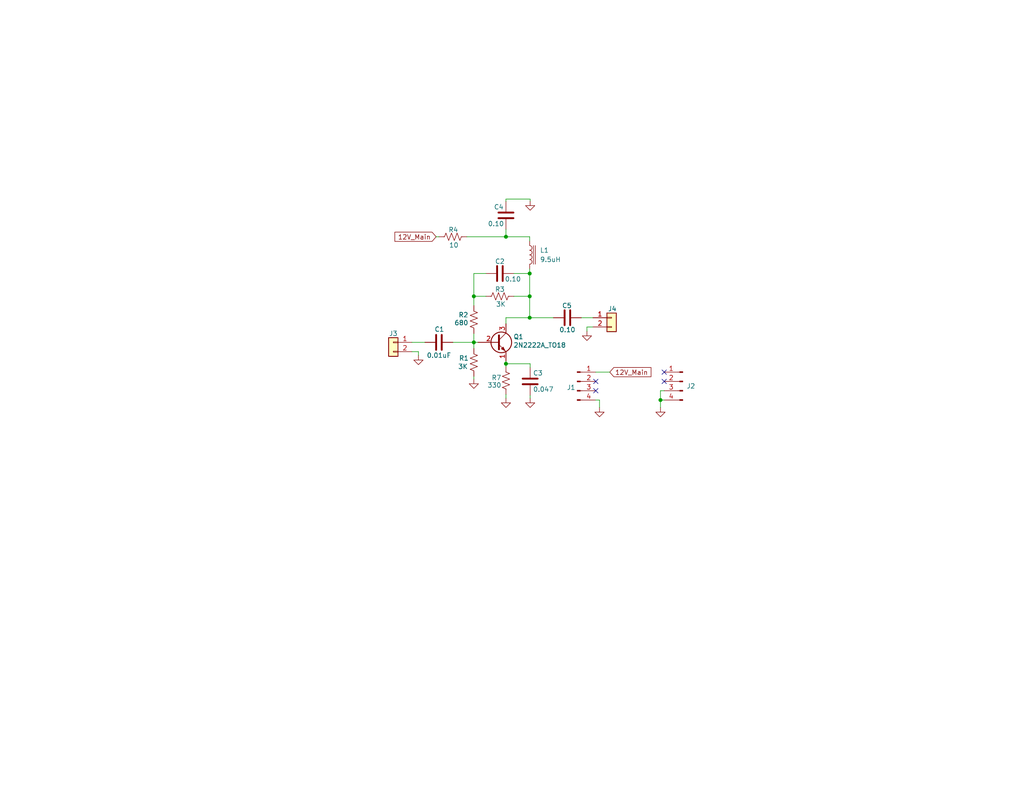
<source format=kicad_sch>
(kicad_sch (version 20211123) (generator eeschema)
  (paper "USLetter")
  (title_block (rev "A"))
  (lib_symbols
    (symbol "K7TFC_Connectors:Conn_01x02" (pin_names (offset 1.016) hide)
      (property "Reference" "J" (at 0 2.54 0))
      (property "Value" "Conn_01x02" (at 0 -5.08 0))
      (symbol "Conn_01x02_1_1"
        (rectangle (start -1.27 -2.413) (end 0 -2.667) (stroke (width 0.1524)))
        (rectangle (start -1.27 0.127) (end 0 -0.127) (stroke (width 0.1524)))
        (rectangle (start -1.27 1.27) (end 1.27 -3.81) (stroke (width 0.254)) (fill (type background)))
        (pin passive line (at -5.08 0 0) (length 3.81) (name "Pin_1") (number "1"))
        (pin passive line (at -5.08 -2.54 0) (length 3.81) (name "Pin_2") (number "2"))
      )
    )
    (symbol "K7TFC_Connectors:Conn_01x04_Male" (pin_names (offset 1.016) hide)
      (property "Reference" "J" (at 0 5.08 0))
      (property "Value" "Conn_01x04_Male" (at 0 -7.62 0))
      (symbol "Conn_01x04_Male_1_1"
        (polyline (pts (xy 1.27 -5.08) (xy 0.8636 -5.08)) (stroke (width 0.1524)))
        (polyline (pts (xy 1.27 -2.54) (xy 0.8636 -2.54)) (stroke (width 0.1524)))
        (polyline (pts (xy 1.27 0) (xy 0.8636 0)) (stroke (width 0.1524)))
        (polyline (pts (xy 1.27 2.54) (xy 0.8636 2.54)) (stroke (width 0.1524)))
        (rectangle (start 0.8636 -4.953) (end 0 -5.207) (stroke (width 0.1524)) (fill (type outline)))
        (rectangle (start 0.8636 -2.413) (end 0 -2.667) (stroke (width 0.1524)) (fill (type outline)))
        (rectangle (start 0.8636 0.127) (end 0 -0.127) (stroke (width 0.1524)) (fill (type outline)))
        (rectangle (start 0.8636 2.667) (end 0 2.413) (stroke (width 0.1524)) (fill (type outline)))
        (pin passive line (at 5.08 2.54 180) (length 3.81) (name "Pin_1") (number "1"))
        (pin passive line (at 5.08 0 180) (length 3.81) (name "Pin_2") (number "2"))
        (pin passive line (at 5.08 -2.54 180) (length 3.81) (name "Pin_3") (number "3"))
        (pin passive line (at 5.08 -5.08 180) (length 3.81) (name "Pin_4") (number "4"))
      )
    )
    (symbol "K7TFC_Passives:C_std" (pin_numbers hide) (pin_names (offset 0.254))
      (property "Reference" "C" (at 0.635 2.54 0))
      (property "Value" "C_std" (at 0.635 -2.54 0))
      (symbol "C_std_0_1"
        (polyline (pts (xy -2.032 -0.762) (xy 2.032 -0.762)) (stroke (width 0.508)))
        (polyline (pts (xy -2.032 0.762) (xy 2.032 0.762)) (stroke (width 0.508)))
      )
      (symbol "C_std_1_1"
        (pin passive line (at 0 3.81 270) (length 2.794) (name "~") (number "1"))
        (pin passive line (at 0 -3.81 90) (length 2.794) (name "~") (number "2"))
      )
    )
    (symbol "K7TFC_Passives:L" (pin_numbers hide) (pin_names (offset 1.016) hide)
      (property "Reference" "L" (at -1.778 0 0))
      (property "Value" "L" (at 3.048 0 0))
      (symbol "L_0_1"
        (arc (start 0 -2.54) (mid 0.635 -1.905) (end 0 -1.27))
        (arc (start 0 -1.27) (mid 0.635 -0.635) (end 0 0))
        (polyline (pts (xy 1.016 2.54) (xy 1.016 -2.54)))
        (polyline (pts (xy 1.524 2.54) (xy 1.524 -2.54)))
        (arc (start 0 0) (mid 0.635 0.635) (end 0 1.27))
        (arc (start 0 1.27) (mid 0.635 1.905) (end 0 2.54))
      )
      (symbol "L_1_1"
        (pin passive line (at 0 3.81 270) (length 1.27) (name "1") (number "1"))
        (pin passive line (at 0 -3.81 90) (length 1.27) (name "2") (number "2"))
      )
    )
    (symbol "K7TFC_Passives:R_US" (pin_numbers hide) (pin_names (offset 0))
      (property "Reference" "R" (at 2.54 0 90))
      (property "Value" "R_US" (at -2.54 0 90))
      (symbol "R_US_0_1"
        (polyline (pts (xy 0 -2.286) (xy 0 -2.54)))
        (polyline (pts (xy 0 2.286) (xy 0 2.54)))
        (polyline (pts (xy 0 -0.762) (xy 1.016 -1.143) (xy 0 -1.524) (xy -1.016 -1.905) (xy 0 -2.286)))
        (polyline (pts (xy 0 0.762) (xy 1.016 0.381) (xy 0 0) (xy -1.016 -0.381) (xy 0 -0.762)))
        (polyline (pts (xy 0 2.286) (xy 1.016 1.905) (xy 0 1.524) (xy -1.016 1.143) (xy 0 0.762)))
      )
      (symbol "R_US_1_1"
        (pin passive line (at 0 3.81 270) (length 1.27) (name "~") (number "1"))
        (pin passive line (at 0 -3.81 90) (length 1.27) (name "~") (number "2"))
      )
    )
    (symbol "K7TFC_Transistors:2N2222A_TO18" (pin_names (offset 0) hide)
      (property "Reference" "Q" (at 5.08 1.905 0))
      (property "Value" "2N2222A_TO18" (at 5.08 0 0))
      (symbol "2N2222A_TO18_0_1"
        (polyline (pts (xy 0.635 0.635) (xy 2.54 2.54)))
        (polyline (pts (xy 0.635 -0.635) (xy 2.54 -2.54) (xy 2.54 -2.54)))
        (polyline (pts (xy 0.635 1.905) (xy 0.635 -1.905) (xy 0.635 -1.905)) (stroke (width 0.508)))
        (polyline (pts (xy 1.27 -1.778) (xy 1.778 -1.27) (xy 2.286 -2.286) (xy 1.27 -1.778) (xy 1.27 -1.778)) (fill (type outline)))
        (circle (center 1.27 0) (radius 2.8194) (stroke (width 0.254)))
      )
      (symbol "2N2222A_TO18_1_1"
        (pin passive line (at 2.54 -5.08 90) (length 2.54) (name "E") (number "1"))
        (pin passive line (at -5.08 0 0) (length 5.715) (name "B") (number "2"))
        (pin passive line (at 2.54 5.08 270) (length 2.54) (name "C") (number "3"))
      )
    )
    (symbol "power:GND" (power) (pin_names (offset 0))
      (property "Value" "GND" (at 0 -3.81 0))
      (symbol "GND_0_1"
        (polyline (pts (xy 0 0) (xy 0 -1.27) (xy 1.27 -1.27) (xy 0 -2.54) (xy -1.27 -1.27) (xy 0 -1.27)))
      )
      (symbol "GND_1_1"
        (pin power_in line (at 0 0 270) (length 0) hide (name "GND") (number "1"))
      )
    )
  )
  (junction (at 138.049 64.643))
  (junction (at 144.526 74.676))
  (junction (at 144.526 86.741))
  (junction (at 144.526 80.899))
  (junction (at 129.286 93.472))
  (junction (at 180.213 109.22))
  (junction (at 138.049 99.314))
  (junction (at 129.286 80.899))
  (no_connect (at 162.56 104.14))
  (no_connect (at 162.56 106.68))
  (no_connect (at 181.229 101.6))
  (no_connect (at 181.229 104.14))
  (wire (pts (xy 162.56 101.6) (xy 166.37 101.6)))
  (wire (pts (xy 123.571 93.472) (xy 129.286 93.472)))
  (wire (pts (xy 180.213 106.68) (xy 180.213 109.22)))
  (wire (pts (xy 129.286 102.743) (xy 129.286 103.505)))
  (wire (pts (xy 138.049 88.392) (xy 138.049 86.741)))
  (wire (pts (xy 158.623 86.741) (xy 161.798 86.741)))
  (wire (pts (xy 138.049 107.696) (xy 138.049 108.712)))
  (wire (pts (xy 112.395 96.012) (xy 114.173 96.012)))
  (wire (pts (xy 144.526 86.741) (xy 151.003 86.741)))
  (wire (pts (xy 132.588 74.676) (xy 129.286 74.676)))
  (wire (pts (xy 129.286 93.472) (xy 129.286 95.123)))
  (wire (pts (xy 138.049 98.552) (xy 138.049 99.314)))
  (wire (pts (xy 118.999 64.643) (xy 119.761 64.643)))
  (wire (pts (xy 144.653 107.95) (xy 144.653 108.712)))
  (wire (pts (xy 129.286 91.059) (xy 129.286 93.472)))
  (wire (pts (xy 138.049 86.741) (xy 144.526 86.741)))
  (wire (pts (xy 144.526 64.643) (xy 144.526 65.786)))
  (wire (pts (xy 138.049 64.643) (xy 144.526 64.643)))
  (wire (pts (xy 138.049 62.611) (xy 138.049 64.643)))
  (wire (pts (xy 144.653 100.33) (xy 144.653 99.314)))
  (wire (pts (xy 144.653 99.314) (xy 138.049 99.314)))
  (wire (pts (xy 140.208 80.899) (xy 144.526 80.899)))
  (wire (pts (xy 161.798 89.281) (xy 160.147 89.281)))
  (wire (pts (xy 127.381 64.643) (xy 138.049 64.643)))
  (wire (pts (xy 163.576 109.22) (xy 163.576 111.252)))
  (wire (pts (xy 144.526 74.676) (xy 144.526 80.899)))
  (wire (pts (xy 129.286 74.676) (xy 129.286 80.899)))
  (wire (pts (xy 163.576 109.22) (xy 162.56 109.22)))
  (wire (pts (xy 112.395 93.472) (xy 115.951 93.472)))
  (wire (pts (xy 138.049 54.991) (xy 138.049 54.356)))
  (wire (pts (xy 138.049 99.314) (xy 138.049 100.076)))
  (wire (pts (xy 144.526 73.406) (xy 144.526 74.676)))
  (wire (pts (xy 129.286 93.472) (xy 130.429 93.472)))
  (wire (pts (xy 144.526 80.899) (xy 144.526 86.741)))
  (wire (pts (xy 129.286 80.899) (xy 129.286 83.439)))
  (wire (pts (xy 129.286 80.899) (xy 132.588 80.899)))
  (wire (pts (xy 114.173 96.012) (xy 114.173 97.028)))
  (wire (pts (xy 140.208 74.676) (xy 144.526 74.676)))
  (wire (pts (xy 180.213 109.22) (xy 180.213 111.252)))
  (wire (pts (xy 144.653 54.356) (xy 144.653 54.864)))
  (wire (pts (xy 180.213 109.22) (xy 181.229 109.22)))
  (wire (pts (xy 160.147 89.281) (xy 160.147 90.424)))
  (wire (pts (xy 181.229 106.68) (xy 180.213 106.68)))
  (wire (pts (xy 138.049 54.356) (xy 144.653 54.356)))
  (global_label "12V_Main" (shape input) (at 118.999 64.643 180) (property "Intersheet References" "${INTERSHEET_REFS}" (effects hide)))
  (global_label "12V_Main" (shape input) (at 166.37 101.6 0) (property "Intersheet References" "${INTERSHEET_REFS}" (effects hide)))
  (symbol (lib_id "power:GND") (at 129.286 103.505 0) (mirror y) (unit 1)
    (property "Reference" "#PWR0102" (effects hide))
    (property "Value" "GND" (effects hide))
  )
  (symbol (lib_id "power:GND") (at 180.213 111.252 0) (unit 1)
    (property "Reference" "#PWR0101" (effects hide))
    (property "Value" "GND" (effects hide))
  )
  (symbol (lib_id "power:GND") (at 144.653 54.864 0) (mirror y) (unit 1)
    (property "Reference" "#PWR0107" (effects hide))
    (property "Value" "GND" (effects hide))
  )
  (symbol (lib_id "K7TFC_Passives:R_US") (at 129.286 98.933 0) (unit 1)
    (property "Reference" "R1" (at 125.222 97.79 0) (effects (justify left)))
    (property "Value" "3K" (at 124.968 100.076 0) (effects (justify left)))
    (property "Footprint" "K7TFC_Passives:Resistor_Quarter_Watt_P10.16mm_Horizontal" (effects hide))
  )
  (symbol (lib_id "K7TFC_Passives:C_std") (at 136.398 74.676 270) (unit 1)
    (property "Reference" "C2" (at 136.398 71.374 90))
    (property "Value" "0.10" (at 139.954 76.2 90))
    (property "Footprint" "Capacitor_THT:C_Disc_D3.4mm_W2.1mm_P2.50mm" (effects hide))
  )
  (symbol (lib_id "K7TFC_Connectors:Conn_01x04_Male") (at 186.309 104.14 0) (mirror y) (unit 1)
    (property "Reference" "J2" (at 187.325 105.4099 0) (effects (justify right)))
    (property "Value" "Conn_01x04_Male" (effects hide))
    (property "Footprint" "Connector_PinHeader_2.54mm:PinHeader_1x04_P2.54mm_Vertical" (effects hide))
  )
  (symbol (lib_id "K7TFC_Connectors:Conn_01x04_Male") (at 157.48 104.14 0) (unit 1)
    (property "Reference" "J1" (at 155.829 105.791 0))
    (property "Value" "Conn_01x04_Male" (effects hide))
    (property "Footprint" "Connector_PinHeader_2.54mm:PinHeader_1x04_P2.54mm_Vertical" (effects hide))
  )
  (symbol (lib_id "power:GND") (at 163.576 111.252 0) (mirror y) (unit 1)
    (property "Reference" "#PWR0105" (effects hide))
    (property "Value" "GND" (effects hide))
  )
  (symbol (lib_id "power:GND") (at 114.173 97.028 0) (mirror y) (unit 1)
    (property "Reference" "#PWR0108" (effects hide))
    (property "Value" "GND" (effects hide))
  )
  (symbol (lib_id "K7TFC_Passives:C_std") (at 154.813 86.741 90) (unit 1)
    (property "Reference" "C5" (at 154.686 83.439 90))
    (property "Value" "0.10" (at 154.813 90.043 90))
    (property "Footprint" "Capacitor_THT:C_Disc_D3.4mm_W2.1mm_P2.50mm" (effects hide))
  )
  (symbol (lib_id "K7TFC_Passives:R_US") (at 138.049 103.886 0) (unit 1)
    (property "Reference" "R7" (at 134.112 103.124 0) (effects (justify left)))
    (property "Value" "330" (at 132.969 105.156 0) (effects (justify left)))
    (property "Footprint" "K7TFC_Passives:Resistor_Quarter_Watt_P10.16mm_Horizontal" (effects hide))
  )
  (symbol (lib_id "K7TFC_Connectors:Conn_01x02") (at 166.878 86.741 0) (unit 1)
    (property "Reference" "J4" (at 165.862 84.328 0) (effects (justify left)))
    (property "Value" "Conn_01x02" (effects hide))
    (property "Footprint" "K7TFC:SMA_EdgeMount_0.062_Samtec_wHoles" (effects hide))
  )
  (symbol (lib_id "power:GND") (at 160.147 90.424 0) (mirror y) (unit 1)
    (property "Reference" "#PWR0106" (effects hide))
    (property "Value" "GND" (effects hide))
  )
  (symbol (lib_id "K7TFC_Passives:C_std") (at 144.653 104.14 0) (unit 1)
    (property "Reference" "C3" (at 145.415 101.854 0) (effects (justify left)))
    (property "Value" "0.047" (at 145.415 106.299 0) (effects (justify left)))
    (property "Footprint" "Capacitor_THT:C_Disc_D3.4mm_W2.1mm_P2.50mm" (effects hide))
  )
  (symbol (lib_id "K7TFC_Passives:L") (at 144.526 69.596 0) (unit 1)
    (property "Reference" "L1" (at 147.32 68.3259 0) (effects (justify left)))
    (property "Value" "9.5uH" (at 147.32 70.8659 0) (effects (justify left)))
    (property "Footprint" "Inductor_THT:L_Axial_L11.0mm_D4.5mm_P7.62mm_Vertical_Fastron_MECC" (effects hide))
  )
  (symbol (lib_id "power:GND") (at 138.049 108.712 0) (mirror y) (unit 1)
    (property "Reference" "#PWR0104" (effects hide))
    (property "Value" "GND" (effects hide))
  )
  (symbol (lib_id "K7TFC_Passives:R_US") (at 129.286 87.249 0) (unit 1)
    (property "Reference" "R2" (at 125.095 85.979 0) (effects (justify left)))
    (property "Value" "680" (at 123.952 88.138 0) (effects (justify left)))
    (property "Footprint" "K7TFC_Passives:Resistor_Quarter_Watt_P10.16mm_Horizontal" (effects hide))
  )
  (symbol (lib_id "K7TFC_Transistors:2N2222A_TO18") (at 135.509 93.472 0) (unit 1)
    (property "Reference" "Q1" (at 140.081 91.948 0) (effects (justify left)))
    (property "Value" "2N2222A_TO18" (at 140.081 94.234 0) (effects (justify left)))
    (property "Footprint" "Package_TO_SOT_THT:TO-18-3" (effects hide))
  )
  (symbol (lib_id "K7TFC_Passives:C_std") (at 138.049 58.801 180) (unit 1)
    (property "Reference" "C4" (at 134.747 56.515 0) (effects (justify right)))
    (property "Value" "0.10" (at 133.096 61.087 0) (effects (justify right)))
    (property "Footprint" "Capacitor_THT:C_Disc_D3.4mm_W2.1mm_P2.50mm" (effects hide))
  )
  (symbol (lib_id "K7TFC_Passives:R_US") (at 136.398 80.899 90) (unit 1)
    (property "Reference" "R3" (at 136.398 78.994 90))
    (property "Value" "3K" (at 136.652 83.058 90))
    (property "Footprint" "K7TFC_Passives:Resistor_Quarter_Watt_P10.16mm_Horizontal" (effects hide))
  )
  (symbol (lib_id "K7TFC_Passives:R_US") (at 123.571 64.643 90) (unit 1)
    (property "Reference" "R4" (at 123.698 62.738 90))
    (property "Value" "10" (at 123.825 66.929 90))
    (property "Footprint" "K7TFC_Passives:Resistor_Quarter_Watt_P10.16mm_Horizontal" (effects hide))
  )
  (symbol (lib_id "K7TFC_Passives:C_std") (at 119.761 93.472 90) (unit 1)
    (property "Reference" "C1" (at 119.888 89.916 90))
    (property "Value" "0.01uF" (at 119.761 97.028 90))
    (property "Footprint" "Capacitor_THT:C_Disc_D3.4mm_W2.1mm_P2.50mm" (effects hide))
  )
  (symbol (lib_id "power:GND") (at 144.653 108.712 0) (mirror y) (unit 1)
    (property "Reference" "#PWR0103" (effects hide))
    (property "Value" "GND" (effects hide))
  )
  (symbol (lib_id "K7TFC_Connectors:Conn_01x02") (at 107.315 93.472 0) (mirror y) (unit 1)
    (property "Reference" "J3" (at 107.315 91.059 0))
    (property "Value" "Conn_01x02" (effects hide))
    (property "Footprint" "K7TFC:SMA_EdgeMount_0.062_Samtec_wHoles" (effects hide))
  )
)
</source>
